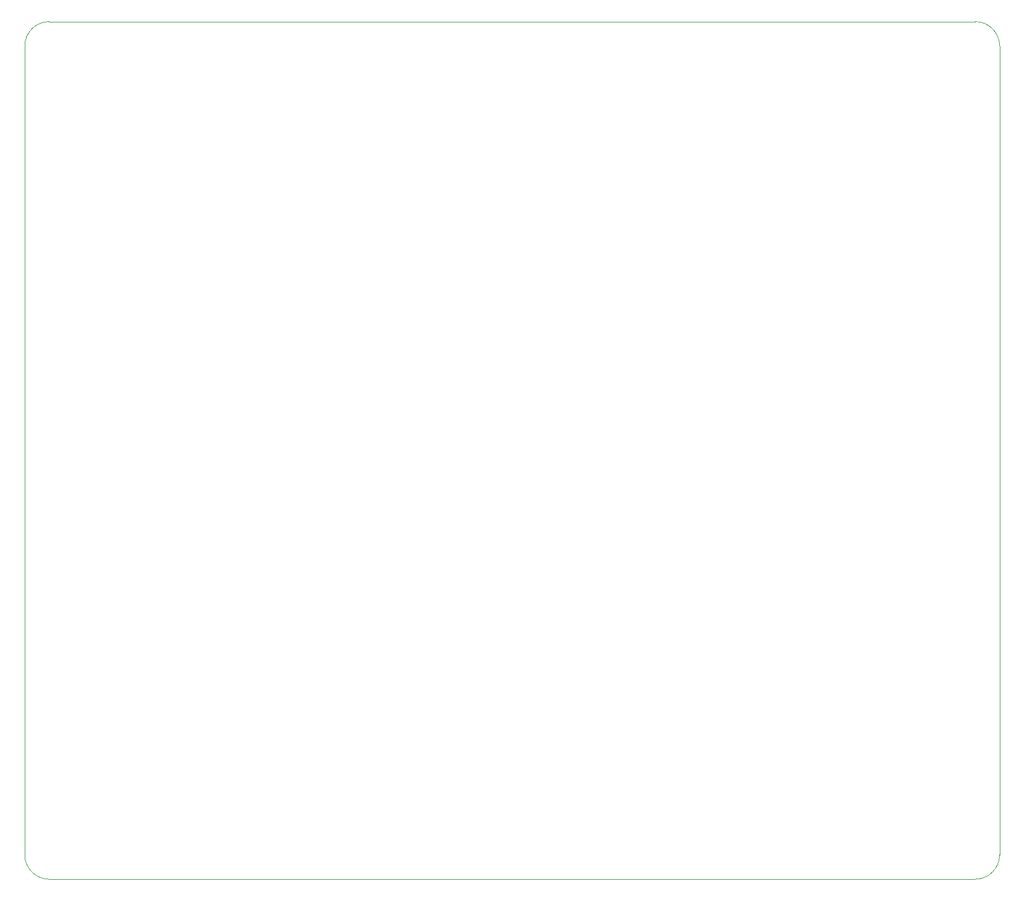
<source format=gbr>
%TF.GenerationSoftware,KiCad,Pcbnew,7.0.8*%
%TF.CreationDate,2024-02-27T11:47:24+02:00*%
%TF.ProjectId,ESLGSU,45534c47-5355-42e6-9b69-6361645f7063,rev?*%
%TF.SameCoordinates,Original*%
%TF.FileFunction,Profile,NP*%
%FSLAX46Y46*%
G04 Gerber Fmt 4.6, Leading zero omitted, Abs format (unit mm)*
G04 Created by KiCad (PCBNEW 7.0.8) date 2024-02-27 11:47:24*
%MOMM*%
%LPD*%
G01*
G04 APERTURE LIST*
%TA.AperFunction,Profile*%
%ADD10C,0.100000*%
%TD*%
G04 APERTURE END LIST*
D10*
X76400000Y-156000000D02*
X76400000Y-37000000D01*
X76400000Y-156000000D02*
G75*
G03*
X80000000Y-159600000I3600000J0D01*
G01*
X216200000Y-159600000D02*
G75*
G03*
X219800000Y-156000000I0J3600000D01*
G01*
X216200000Y-159600000D02*
X80000000Y-159600000D01*
X80000000Y-33400000D02*
X216200000Y-33400000D01*
X80000000Y-33400000D02*
G75*
G03*
X76400000Y-37000000I0J-3600000D01*
G01*
X219800000Y-37000000D02*
X219800000Y-156000000D01*
X219800000Y-37000000D02*
G75*
G03*
X216200000Y-33400000I-3600000J0D01*
G01*
M02*

</source>
